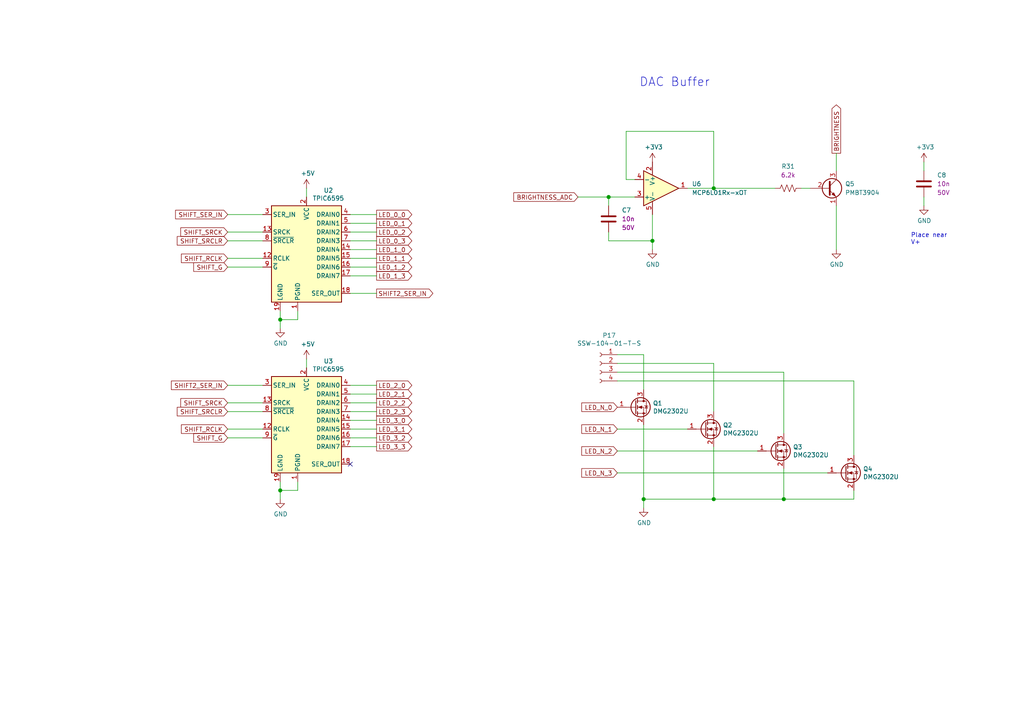
<source format=kicad_sch>
(kicad_sch (version 20210621) (generator eeschema)
  (paper "A4")
  (title_block (title "LED Cube") (date "2021-01-16") (rev "v1.0") (company "Andy Makovec"))
  (lib_symbols
    (symbol "Amplifier_Operational_Custom:MCP6L01Rx-xOT" (pin_names (offset 0.127))
      (property "Reference" "U" (at 0 5.08 0))
      (property "Value" "MCP6L01Rx-xOT" (at 0 -5.08 0))
      (symbol "MCP6L01Rx-xOT_0_1"
        (polyline (pts (xy -5.08 5.08) (xy 5.08 0) (xy -5.08 -5.08) (xy -5.08 5.08)) (stroke (width 0.254)) (fill (type background)))
        (pin power_in line (at -2.54 7.62 270) (length 3.81) (name "V+") (number "2"))
        (pin power_in line (at -2.54 -7.62 90) (length 3.81) (name "V-") (number "5"))
      )
      (symbol "MCP6L01Rx-xOT_1_1"
        (pin output line (at 7.62 0 180) (length 2.54) (name "~") (number "1"))
        (pin input line (at -7.62 -2.54 0) (length 2.54) (name "+") (number "3"))
        (pin input line (at -7.62 2.54 0) (length 2.54) (name "-") (number "4"))
      )
    )
    (symbol "Capacitor_custom:GCM155R71H103KA55D" (pin_numbers hide) (pin_names (offset 0.254))
      (property "Reference" "C" (at 1.27 2.54 0))
      (property "Capacitance" "10n" (at 1.27 -2.54 0))
      (property "Voltage" "50V" (at 1.27 -5.08 0))
      (symbol "GCM155R71H103KA55D_0_1"
        (polyline (pts (xy -2.032 -0.762) (xy 2.032 -0.762)) (stroke (width 0.508)))
        (polyline (pts (xy -2.032 0.762) (xy 2.032 0.762)) (stroke (width 0.508)))
      )
      (symbol "GCM155R71H103KA55D_1_1"
        (pin passive line (at 0 3.81 270) (length 2.794) (name "~") (number "1"))
        (pin passive line (at 0 -3.81 90) (length 2.794) (name "~") (number "2"))
      )
    )
    (symbol "Connector_custom:SSW-104-01-T-S"
      (property "Reference" "P" (at 0 2.54 0))
      (property "Value" "SSW-104-01-T-S" (at 0 0 0))
      (symbol "SSW-104-01-T-S_1_1"
        (arc (start 0 -9.652) (end 0 -10.668) (radius (at 0 -10.16) (length 0.508) (angles 90.1 -90.1)) (stroke (width 0.1524)))
        (arc (start 0 -7.112) (end 0 -8.128) (radius (at 0 -7.62) (length 0.508) (angles 90.1 -90.1)) (stroke (width 0.1524)))
        (arc (start 0 -4.572) (end 0 -5.588) (radius (at 0 -5.08) (length 0.508) (angles 90.1 -90.1)) (stroke (width 0.1524)))
        (arc (start 0 -2.032) (end 0 -3.048) (radius (at 0 -2.54) (length 0.508) (angles 90.1 -90.1)) (stroke (width 0.1524)))
        (polyline (pts (xy -1.27 -10.16) (xy -0.508 -10.16)) (stroke (width 0.1524)))
        (polyline (pts (xy -1.27 -7.62) (xy -0.508 -7.62)) (stroke (width 0.1524)))
        (polyline (pts (xy -1.27 -5.08) (xy -0.508 -5.08)) (stroke (width 0.1524)))
        (polyline (pts (xy -1.27 -2.54) (xy -0.508 -2.54)) (stroke (width 0.1524)))
        (pin passive line (at -5.08 -2.54 0) (length 3.81) (name "") (number "1"))
        (pin passive line (at -5.08 -5.08 0) (length 3.81) (name "") (number "2"))
        (pin passive line (at -5.08 -7.62 0) (length 3.81) (name "") (number "3"))
        (pin passive line (at -5.08 -10.16 0) (length 3.81) (name "") (number "4"))
      )
    )
    (symbol "Interface_Expansion:TPIC6595" (pin_names (offset 0.381))
      (property "Reference" "U" (at -8.89 13.97 0))
      (property "Value" "TPIC6595" (at 6.35 13.97 0))
      (symbol "TPIC6595_0_1"
        (rectangle (start -10.16 12.7) (end 10.16 -15.24) (stroke (width 0.254)) (fill (type background)))
      )
      (symbol "TPIC6595_1_1"
        (pin power_in line (at -2.54 -17.78 90) (length 2.54) (name "PGND") (number "1"))
        (pin passive line (at -2.54 -17.78 90) (length 2.54) hide (name "PGND") (number "10"))
        (pin passive line (at -2.54 -17.78 90) (length 2.54) hide (name "PGND") (number "11"))
        (pin input line (at -12.7 -2.54 0) (length 2.54) (name "RCLK") (number "12"))
        (pin input line (at -12.7 5.08 0) (length 2.54) (name "SRCK") (number "13"))
        (pin open_collector line (at 12.7 0 180) (length 2.54) (name "DRAIN4") (number "14"))
        (pin open_collector line (at 12.7 -2.54 180) (length 2.54) (name "DRAIN5") (number "15"))
        (pin open_collector line (at 12.7 -5.08 180) (length 2.54) (name "DRAIN6") (number "16"))
        (pin open_collector line (at 12.7 -7.62 180) (length 2.54) (name "DRAIN7") (number "17"))
        (pin output line (at 12.7 -12.7 180) (length 2.54) (name "SER_OUT") (number "18"))
        (pin power_in line (at -7.62 -17.78 90) (length 2.54) (name "LGND") (number "19"))
        (pin power_in line (at 0 15.24 270) (length 2.54) (name "VCC") (number "2"))
        (pin passive line (at -2.54 -17.78 90) (length 2.54) hide (name "PGND") (number "20"))
        (pin input line (at -12.7 10.16 0) (length 2.54) (name "SER_IN") (number "3"))
        (pin open_collector line (at 12.7 10.16 180) (length 2.54) (name "DRAIN0") (number "4"))
        (pin open_collector line (at 12.7 7.62 180) (length 2.54) (name "DRAIN1") (number "5"))
        (pin open_collector line (at 12.7 5.08 180) (length 2.54) (name "DRAIN2") (number "6"))
        (pin open_collector line (at 12.7 2.54 180) (length 2.54) (name "DRAIN3") (number "7"))
        (pin input line (at -12.7 2.54 0) (length 2.54) (name "~{SRCLR}") (number "8"))
        (pin input line (at -12.7 -5.08 0) (length 2.54) (name "~{G}") (number "9"))
      )
    )
    (symbol "Resistor_custom:RC0402FR-076K2L" (pin_numbers hide) (pin_names (offset 0))
      (property "Reference" "R" (at 2.54 0 90))
      (property "Resistance" "6.2k" (at -2.54 0 90))
      (symbol "RC0402FR-076K2L_0_1"
        (polyline (pts (xy 0 -2.286) (xy 0 -2.54)))
        (polyline (pts (xy 0 2.286) (xy 0 2.54)))
        (polyline (pts (xy 0 -0.762) (xy 1.016 -1.143) (xy 0 -1.524) (xy -1.016 -1.905) (xy 0 -2.286)))
        (polyline (pts (xy 0 0.762) (xy 1.016 0.381) (xy 0 0) (xy -1.016 -0.381) (xy 0 -0.762)))
        (polyline (pts (xy 0 2.286) (xy 1.016 1.905) (xy 0 1.524) (xy -1.016 1.143) (xy 0 0.762)))
      )
      (symbol "RC0402FR-076K2L_1_1"
        (pin passive line (at 0 3.81 270) (length 1.27) (name "~") (number "1"))
        (pin passive line (at 0 -3.81 90) (length 1.27) (name "~") (number "2"))
      )
    )
    (symbol "Transistor_BJT_custom:PMBT3904" (pin_names (offset 0) hide)
      (property "Reference" "Q" (at 5.08 1.905 0))
      (property "Value" "PMBT3904" (at 5.08 0 0))
      (symbol "PMBT3904_0_1"
        (circle (center 1.27 0) (radius 2.8194) (stroke (width 0.254)))
        (polyline (pts (xy 0.635 0.635) (xy 2.54 2.54)))
        (polyline (pts (xy 0.635 -0.635) (xy 2.54 -2.54) (xy 2.54 -2.54)))
        (polyline (pts (xy 0.635 1.905) (xy 0.635 -1.905) (xy 0.635 -1.905)) (stroke (width 0.508)))
        (polyline (pts (xy 1.27 -1.778) (xy 1.778 -1.27) (xy 2.286 -2.286) (xy 1.27 -1.778) (xy 1.27 -1.778)) (fill (type outline)))
      )
      (symbol "PMBT3904_1_1"
        (pin passive line (at 2.54 -5.08 90) (length 2.54) (name "E") (number "1"))
        (pin passive line (at -5.08 0 0) (length 5.715) (name "B") (number "2"))
        (pin passive line (at 2.54 5.08 270) (length 2.54) (name "C") (number "3"))
      )
    )
    (symbol "Transistor_FET:DMG2302U" (pin_names hide)
      (property "Reference" "Q" (at 5.08 1.905 0))
      (property "Value" "DMG2302U" (at 5.08 0 0))
      (symbol "DMG2302U_0_1"
        (circle (center 1.651 0) (radius 2.794) (stroke (width 0.254)))
        (circle (center 2.54 -1.778) (radius 0.254) (fill (type outline)))
        (circle (center 2.54 1.778) (radius 0.254) (fill (type outline)))
        (polyline (pts (xy 0.254 0) (xy -2.54 0)))
        (polyline (pts (xy 0.254 1.905) (xy 0.254 -1.905)) (stroke (width 0.254)))
        (polyline (pts (xy 0.762 -1.27) (xy 0.762 -2.286)) (stroke (width 0.254)))
        (polyline (pts (xy 0.762 0.508) (xy 0.762 -0.508)) (stroke (width 0.254)))
        (polyline (pts (xy 0.762 2.286) (xy 0.762 1.27)) (stroke (width 0.254)))
        (polyline (pts (xy 2.54 2.54) (xy 2.54 1.778)))
        (polyline (pts (xy 2.54 -2.54) (xy 2.54 0) (xy 0.762 0)))
        (polyline (pts (xy 0.762 -1.778) (xy 3.302 -1.778) (xy 3.302 1.778) (xy 0.762 1.778)))
        (polyline (pts (xy 2.794 0.508) (xy 2.921 0.381) (xy 3.683 0.381) (xy 3.81 0.254)))
        (polyline (pts (xy 3.302 0.381) (xy 2.921 -0.254) (xy 3.683 -0.254) (xy 3.302 0.381)))
        (polyline (pts (xy 1.016 0) (xy 2.032 0.381) (xy 2.032 -0.381) (xy 1.016 0)) (fill (type outline)))
      )
      (symbol "DMG2302U_1_1"
        (pin input line (at -5.08 0 0) (length 2.54) (name "G") (number "1"))
        (pin passive line (at 2.54 -5.08 90) (length 2.54) (name "S") (number "2"))
        (pin passive line (at 2.54 5.08 270) (length 2.54) (name "D") (number "3"))
      )
    )
    (symbol "power:+3V3" (power) (pin_names (offset 0))
      (property "Value" "+3V3" (at 0 3.556 0))
      (symbol "+3V3_0_1"
        (polyline (pts (xy -0.762 1.27) (xy 0 2.54)))
        (polyline (pts (xy 0 0) (xy 0 2.54)))
        (polyline (pts (xy 0 2.54) (xy 0.762 1.27)))
      )
      (symbol "+3V3_1_1"
        (pin power_in line (at 0 0 90) (length 0) hide (name "+3V3") (number "1"))
      )
    )
    (symbol "power:+5V" (power) (pin_names (offset 0))
      (property "Value" "+5V" (at 0 3.556 0))
      (symbol "+5V_0_1"
        (polyline (pts (xy -0.762 1.27) (xy 0 2.54)))
        (polyline (pts (xy 0 0) (xy 0 2.54)))
        (polyline (pts (xy 0 2.54) (xy 0.762 1.27)))
      )
      (symbol "+5V_1_1"
        (pin power_in line (at 0 0 90) (length 0) hide (name "+5V") (number "1"))
      )
    )
    (symbol "power:GND" (power) (pin_names (offset 0))
      (property "Value" "GND" (at 0 -3.81 0))
      (symbol "GND_0_1"
        (polyline (pts (xy 0 0) (xy 0 -1.27) (xy 1.27 -1.27) (xy 0 -2.54) (xy -1.27 -1.27) (xy 0 -1.27)))
      )
      (symbol "GND_1_1"
        (pin power_in line (at 0 0 270) (length 0) hide (name "GND") (number "1"))
      )
    )
  )
  (junction (at 81.28 92.71) (diameter 1.016))
  (junction (at 81.28 142.24) (diameter 1.016))
  (junction (at 176.53 57.15) (diameter 1.016))
  (junction (at 186.69 144.78) (diameter 1.016))
  (junction (at 189.23 69.85) (diameter 1.016))
  (junction (at 207.01 54.61) (diameter 1.016))
  (junction (at 207.01 144.78) (diameter 1.016))
  (junction (at 227.33 144.78) (diameter 1.016))
  (no_connect (at 101.6 134.62))
  (wire (pts (xy 66.04 62.23) (xy 76.2 62.23)))
  (wire (pts (xy 66.04 67.31) (xy 76.2 67.31)))
  (wire (pts (xy 66.04 69.85) (xy 76.2 69.85)))
  (wire (pts (xy 66.04 74.93) (xy 76.2 74.93)))
  (wire (pts (xy 66.04 77.47) (xy 76.2 77.47)))
  (wire (pts (xy 66.04 111.76) (xy 76.2 111.76)))
  (wire (pts (xy 66.04 116.84) (xy 76.2 116.84)))
  (wire (pts (xy 66.04 119.38) (xy 76.2 119.38)))
  (wire (pts (xy 66.04 124.46) (xy 76.2 124.46)))
  (wire (pts (xy 66.04 127) (xy 76.2 127)))
  (wire (pts (xy 81.28 90.17) (xy 81.28 92.71)))
  (wire (pts (xy 81.28 92.71) (xy 81.28 95.25)))
  (wire (pts (xy 81.28 92.71) (xy 86.36 92.71)))
  (wire (pts (xy 81.28 139.7) (xy 81.28 142.24)))
  (wire (pts (xy 81.28 142.24) (xy 81.28 144.78)))
  (wire (pts (xy 81.28 142.24) (xy 86.36 142.24)))
  (wire (pts (xy 86.36 92.71) (xy 86.36 90.17)))
  (wire (pts (xy 86.36 142.24) (xy 86.36 139.7)))
  (wire (pts (xy 88.9 54.61) (xy 88.9 57.15)))
  (wire (pts (xy 88.9 104.14) (xy 88.9 106.68)))
  (wire (pts (xy 101.6 62.23) (xy 109.22 62.23)))
  (wire (pts (xy 101.6 64.77) (xy 109.22 64.77)))
  (wire (pts (xy 101.6 67.31) (xy 109.22 67.31)))
  (wire (pts (xy 101.6 69.85) (xy 109.22 69.85)))
  (wire (pts (xy 101.6 72.39) (xy 109.22 72.39)))
  (wire (pts (xy 101.6 74.93) (xy 109.22 74.93)))
  (wire (pts (xy 101.6 77.47) (xy 109.22 77.47)))
  (wire (pts (xy 101.6 80.01) (xy 109.22 80.01)))
  (wire (pts (xy 101.6 85.09) (xy 109.22 85.09)))
  (wire (pts (xy 101.6 111.76) (xy 109.22 111.76)))
  (wire (pts (xy 101.6 114.3) (xy 109.22 114.3)))
  (wire (pts (xy 101.6 116.84) (xy 109.22 116.84)))
  (wire (pts (xy 101.6 119.38) (xy 109.22 119.38)))
  (wire (pts (xy 101.6 121.92) (xy 109.22 121.92)))
  (wire (pts (xy 101.6 124.46) (xy 109.22 124.46)))
  (wire (pts (xy 101.6 127) (xy 109.22 127)))
  (wire (pts (xy 101.6 129.54) (xy 109.22 129.54)))
  (wire (pts (xy 167.64 57.15) (xy 176.53 57.15)))
  (wire (pts (xy 176.53 57.15) (xy 176.53 59.69)))
  (wire (pts (xy 176.53 57.15) (xy 184.15 57.15)))
  (wire (pts (xy 176.53 67.31) (xy 176.53 69.85)))
  (wire (pts (xy 176.53 69.85) (xy 189.23 69.85)))
  (wire (pts (xy 179.07 102.87) (xy 186.69 102.87)))
  (wire (pts (xy 179.07 105.41) (xy 207.01 105.41)))
  (wire (pts (xy 179.07 107.95) (xy 227.33 107.95)))
  (wire (pts (xy 179.07 110.49) (xy 247.65 110.49)))
  (wire (pts (xy 179.07 124.46) (xy 199.39 124.46)))
  (wire (pts (xy 179.07 130.81) (xy 219.71 130.81)))
  (wire (pts (xy 179.07 137.16) (xy 240.03 137.16)))
  (wire (pts (xy 181.61 38.1) (xy 207.01 38.1)))
  (wire (pts (xy 181.61 52.07) (xy 181.61 38.1)))
  (wire (pts (xy 184.15 52.07) (xy 181.61 52.07)))
  (wire (pts (xy 186.69 113.03) (xy 186.69 102.87)))
  (wire (pts (xy 186.69 123.19) (xy 186.69 144.78)))
  (wire (pts (xy 186.69 144.78) (xy 186.69 147.32)))
  (wire (pts (xy 186.69 144.78) (xy 207.01 144.78)))
  (wire (pts (xy 189.23 62.23) (xy 189.23 69.85)))
  (wire (pts (xy 189.23 69.85) (xy 189.23 72.39)))
  (wire (pts (xy 199.39 54.61) (xy 207.01 54.61)))
  (wire (pts (xy 207.01 54.61) (xy 207.01 38.1)))
  (wire (pts (xy 207.01 54.61) (xy 224.79 54.61)))
  (wire (pts (xy 207.01 119.38) (xy 207.01 105.41)))
  (wire (pts (xy 207.01 129.54) (xy 207.01 144.78)))
  (wire (pts (xy 207.01 144.78) (xy 227.33 144.78)))
  (wire (pts (xy 227.33 125.73) (xy 227.33 107.95)))
  (wire (pts (xy 227.33 135.89) (xy 227.33 144.78)))
  (wire (pts (xy 227.33 144.78) (xy 247.65 144.78)))
  (wire (pts (xy 232.41 54.61) (xy 234.95 54.61)))
  (wire (pts (xy 242.57 44.45) (xy 242.57 49.53)))
  (wire (pts (xy 242.57 59.69) (xy 242.57 72.39)))
  (wire (pts (xy 247.65 132.08) (xy 247.65 110.49)))
  (wire (pts (xy 247.65 144.78) (xy 247.65 142.24)))
  (wire (pts (xy 267.97 46.99) (xy 267.97 49.53)))
  (wire (pts (xy 267.97 57.15) (xy 267.97 59.69)))
  (text "DAC Buffer" (at 185.42 25.4 0) (effects (font (size 2.5 2.5)) (justify left bottom)))
  (text "Place near\nV+" (at 264.16 71.12 0) (effects (font (size 1.27 1.27)) (justify left bottom)))
  (global_label "SHIFT_SER_IN" (shape input) (at 66.04 62.23 180) (property "Intersheet References" "${INTERSHEET_REFS}" (effects hide)))
  (global_label "SHIFT_SRCK" (shape input) (at 66.04 67.31 180) (property "Intersheet References" "${INTERSHEET_REFS}" (effects hide)))
  (global_label "SHIFT_SRCLR" (shape input) (at 66.04 69.85 180) (property "Intersheet References" "${INTERSHEET_REFS}" (effects hide)))
  (global_label "SHIFT_RCLK" (shape input) (at 66.04 74.93 180) (property "Intersheet References" "${INTERSHEET_REFS}" (effects hide)))
  (global_label "SHIFT_G" (shape input) (at 66.04 77.47 180) (property "Intersheet References" "${INTERSHEET_REFS}" (effects hide)))
  (global_label "SHIFT2_SER_IN" (shape input) (at 66.04 111.76 180) (property "Intersheet References" "${INTERSHEET_REFS}" (effects hide)))
  (global_label "SHIFT_SRCK" (shape input) (at 66.04 116.84 180) (property "Intersheet References" "${INTERSHEET_REFS}" (effects hide)))
  (global_label "SHIFT_SRCLR" (shape input) (at 66.04 119.38 180) (property "Intersheet References" "${INTERSHEET_REFS}" (effects hide)))
  (global_label "SHIFT_RCLK" (shape input) (at 66.04 124.46 180) (property "Intersheet References" "${INTERSHEET_REFS}" (effects hide)))
  (global_label "SHIFT_G" (shape input) (at 66.04 127 180) (property "Intersheet References" "${INTERSHEET_REFS}" (effects hide)))
  (global_label "LED_0_0" (shape output) (at 109.22 62.23 0) (property "Intersheet References" "${INTERSHEET_REFS}" (effects hide)))
  (global_label "LED_0_1" (shape output) (at 109.22 64.77 0) (property "Intersheet References" "${INTERSHEET_REFS}" (effects hide)))
  (global_label "LED_0_2" (shape output) (at 109.22 67.31 0) (property "Intersheet References" "${INTERSHEET_REFS}" (effects hide)))
  (global_label "LED_0_3" (shape output) (at 109.22 69.85 0) (property "Intersheet References" "${INTERSHEET_REFS}" (effects hide)))
  (global_label "LED_1_0" (shape output) (at 109.22 72.39 0) (property "Intersheet References" "${INTERSHEET_REFS}" (effects hide)))
  (global_label "LED_1_1" (shape output) (at 109.22 74.93 0) (property "Intersheet References" "${INTERSHEET_REFS}" (effects hide)))
  (global_label "LED_1_2" (shape output) (at 109.22 77.47 0) (property "Intersheet References" "${INTERSHEET_REFS}" (effects hide)))
  (global_label "LED_1_3" (shape output) (at 109.22 80.01 0) (property "Intersheet References" "${INTERSHEET_REFS}" (effects hide)))
  (global_label "SHIFT2_SER_IN" (shape output) (at 109.22 85.09 0) (property "Intersheet References" "${INTERSHEET_REFS}" (effects hide)))
  (global_label "LED_2_0" (shape output) (at 109.22 111.76 0) (property "Intersheet References" "${INTERSHEET_REFS}" (effects hide)))
  (global_label "LED_2_1" (shape output) (at 109.22 114.3 0) (property "Intersheet References" "${INTERSHEET_REFS}" (effects hide)))
  (global_label "LED_2_2" (shape output) (at 109.22 116.84 0) (property "Intersheet References" "${INTERSHEET_REFS}" (effects hide)))
  (global_label "LED_2_3" (shape output) (at 109.22 119.38 0) (property "Intersheet References" "${INTERSHEET_REFS}" (effects hide)))
  (global_label "LED_3_0" (shape output) (at 109.22 121.92 0) (property "Intersheet References" "${INTERSHEET_REFS}" (effects hide)))
  (global_label "LED_3_1" (shape output) (at 109.22 124.46 0) (property "Intersheet References" "${INTERSHEET_REFS}" (effects hide)))
  (global_label "LED_3_2" (shape output) (at 109.22 127 0) (property "Intersheet References" "${INTERSHEET_REFS}" (effects hide)))
  (global_label "LED_3_3" (shape output) (at 109.22 129.54 0) (property "Intersheet References" "${INTERSHEET_REFS}" (effects hide)))
  (global_label "BRIGHTNESS_ADC" (shape input) (at 167.64 57.15 180) (property "Intersheet References" "${INTERSHEET_REFS}" (effects hide)))
  (global_label "LED_N_0" (shape input) (at 179.07 118.11 180) (property "Intersheet References" "${INTERSHEET_REFS}" (effects hide)))
  (global_label "LED_N_1" (shape input) (at 179.07 124.46 180) (property "Intersheet References" "${INTERSHEET_REFS}" (effects hide)))
  (global_label "LED_N_2" (shape input) (at 179.07 130.81 180) (property "Intersheet References" "${INTERSHEET_REFS}" (effects hide)))
  (global_label "LED_N_3" (shape input) (at 179.07 137.16 180) (property "Intersheet References" "${INTERSHEET_REFS}" (effects hide)))
  (global_label "BRIGHTNESS" (shape output) (at 242.57 44.45 90) (property "Intersheet References" "${INTERSHEET_REFS}" (effects hide)))
  (symbol (lib_id "power:+5V") (at 88.9 54.61 0) (unit 1)
    (property "Reference" "#PWR?" (effects hide))
    (property "Value" "+5V" (at 89.2683 50.2856 0))
  )
  (symbol (lib_id "power:+5V") (at 88.9 104.14 0) (unit 1)
    (property "Reference" "#PWR?" (effects hide))
    (property "Value" "+5V" (at 89.2683 99.8156 0))
  )
  (symbol (lib_id "power:+3V3") (at 189.23 46.99 0) (unit 1)
    (property "Reference" "#PWR?" (effects hide))
    (property "Value" "+3V3" (at 189.5983 42.6656 0))
  )
  (symbol (lib_id "power:+3V3") (at 267.97 46.99 0) (unit 1)
    (property "Reference" "#PWR?" (effects hide))
    (property "Value" "+3V3" (at 268.3383 42.6656 0))
  )
  (symbol (lib_id "power:GND") (at 81.28 95.25 0) (unit 1)
    (property "Reference" "#PWR?" (effects hide))
    (property "Value" "GND" (at 81.3943 99.5744 0))
  )
  (symbol (lib_id "power:GND") (at 81.28 144.78 0) (unit 1)
    (property "Reference" "#PWR?" (effects hide))
    (property "Value" "GND" (at 81.3943 149.1044 0))
  )
  (symbol (lib_id "power:GND") (at 186.69 147.32 0) (unit 1)
    (property "Reference" "#PWR?" (effects hide))
    (property "Value" "GND" (at 186.8043 151.6444 0))
  )
  (symbol (lib_id "power:GND") (at 189.23 72.39 0) (unit 1)
    (property "Reference" "#PWR?" (effects hide))
    (property "Value" "GND" (at 189.3443 76.7144 0))
  )
  (symbol (lib_id "power:GND") (at 242.57 72.39 0) (unit 1)
    (property "Reference" "#PWR?" (effects hide))
    (property "Value" "GND" (at 242.6843 76.7144 0))
  )
  (symbol (lib_id "power:GND") (at 267.97 59.69 0) (unit 1)
    (property "Reference" "#PWR?" (effects hide))
    (property "Value" "GND" (at 268.0843 64.0144 0))
  )
  (symbol (lib_id "Resistor_custom:RC0402FR-076K2L") (at 228.6 54.61 90) (unit 1)
    (property "Reference" "R31" (at 228.6 48.26 90))
    (property "Value" "RC0402FR-076K2L" (effects hide))
    (property "Footprint" "Resistor_SMD:R_0402_1005Metric_Pad0.72x0.64mm_HandSolder" (effects hide))
    (property "Resistance" "6.2k" (at 228.6 50.8 90))
    (property "Power" "1/16W" (effects hide))
    (property "Tolerance" "1%" (effects hide))
    (property "Manufacturer" "Yageo" (effects hide))
  )
  (symbol (lib_id "Capacitor_custom:GCM155R71H103KA55D") (at 176.53 63.5 0) (unit 1)
    (property "Reference" "C7" (at 180.34 60.9599 0) (effects (justify left)))
    (property "Value" "GCM155R71H103KA55D" (effects hide))
    (property "Footprint" "Capacitor_SMD:C_0402_1005Metric_Pad0.74x0.62mm_HandSolder" (effects hide))
    (property "Capacitance" "10n" (at 180.34 63.4999 0) (effects (justify left)))
    (property "Voltage" "50V" (at 180.34 66.0399 0) (effects (justify left)))
    (property "Manufacturer" "Murata" (effects hide))
    (property "Rating" "X7R" (effects hide))
  )
  (symbol (lib_id "Capacitor_custom:GCM155R71H103KA55D") (at 267.97 53.34 0) (unit 1)
    (property "Reference" "C8" (at 271.78 50.7999 0) (effects (justify left)))
    (property "Value" "GCM155R71H103KA55D" (effects hide))
    (property "Footprint" "Capacitor_SMD:C_0402_1005Metric_Pad0.74x0.62mm_HandSolder" (effects hide))
    (property "Capacitance" "10n" (at 271.78 53.3399 0) (effects (justify left)))
    (property "Voltage" "50V" (at 271.78 55.8799 0) (effects (justify left)))
    (property "Manufacturer" "Murata" (effects hide))
    (property "Rating" "X7R" (effects hide))
  )
  (symbol (lib_id "Connector_custom:SSW-104-01-T-S") (at 173.99 100.33 0) (mirror y) (unit 1)
    (property "Reference" "P17" (at 176.6824 97.2882 0))
    (property "Value" "SSW-104-01-T-S" (at 176.6824 99.5869 0))
    (property "Footprint" "Connector_custom:SSW-104-01-T-S" (effects hide))
  )
  (symbol (lib_id "Transistor_BJT_custom:PMBT3904") (at 240.03 54.61 0) (unit 1)
    (property "Reference" "Q5" (at 245.11 53.3399 0) (effects (justify left)))
    (property "Value" "PMBT3904" (at 245.11 55.8799 0) (effects (justify left)))
    (property "Footprint" "Package_TO_SOT_SMD:SOT-23" (effects hide))
    (property "Datasheet" "https://assets.nexperia.com/documents/data-sheet/PMBT3904.pdf" (effects hide))
  )
  (symbol (lib_id "Transistor_FET:DMG2302U") (at 184.15 118.11 0) (unit 1)
    (property "Reference" "Q1" (at 189.3571 116.9606 0) (effects (justify left)))
    (property "Value" "DMG2302U" (at 189.3571 119.2593 0) (effects (justify left)))
    (property "Footprint" "Package_TO_SOT_SMD:SOT-23" (effects hide))
    (property "Datasheet" "http://www.diodes.com/assets/Datasheets/DMG2302U.pdf" (effects hide))
  )
  (symbol (lib_id "Transistor_FET:DMG2302U") (at 204.47 124.46 0) (unit 1)
    (property "Reference" "Q2" (at 209.6771 123.3106 0) (effects (justify left)))
    (property "Value" "DMG2302U" (at 209.6771 125.6093 0) (effects (justify left)))
    (property "Footprint" "Package_TO_SOT_SMD:SOT-23" (effects hide))
    (property "Datasheet" "http://www.diodes.com/assets/Datasheets/DMG2302U.pdf" (effects hide))
  )
  (symbol (lib_id "Transistor_FET:DMG2302U") (at 224.79 130.81 0) (unit 1)
    (property "Reference" "Q3" (at 229.9971 129.6606 0) (effects (justify left)))
    (property "Value" "DMG2302U" (at 229.9971 131.9593 0) (effects (justify left)))
    (property "Footprint" "Package_TO_SOT_SMD:SOT-23" (effects hide))
    (property "Datasheet" "http://www.diodes.com/assets/Datasheets/DMG2302U.pdf" (effects hide))
  )
  (symbol (lib_id "Transistor_FET:DMG2302U") (at 245.11 137.16 0) (unit 1)
    (property "Reference" "Q4" (at 250.3171 136.0106 0) (effects (justify left)))
    (property "Value" "DMG2302U" (at 250.3171 138.3093 0) (effects (justify left)))
    (property "Footprint" "Package_TO_SOT_SMD:SOT-23" (effects hide))
    (property "Datasheet" "http://www.diodes.com/assets/Datasheets/DMG2302U.pdf" (effects hide))
  )
  (symbol (lib_id "Amplifier_Operational_Custom:MCP6L01Rx-xOT") (at 191.77 54.61 0) (unit 1)
    (property "Reference" "U6" (at 200.66 53.3399 0) (effects (justify left)))
    (property "Value" "MCP6L01Rx-xOT" (at 200.66 55.8799 0) (effects (justify left)))
    (property "Footprint" "Package_TO_SOT_SMD:SOT-23-5" (effects hide))
    (property "Datasheet" "http://ww1.microchip.com/downloads/en/devicedoc/22140b.pdf" (effects hide))
  )
  (symbol (lib_id "Interface_Expansion:TPIC6595") (at 88.9 72.39 0) (unit 1)
    (property "Reference" "U2" (at 95.25 55.2258 0))
    (property "Value" "TPIC6595" (at 95.25 57.5245 0))
    (property "Footprint" "Package_SO:SOIC-20W_7.5x12.8mm_P1.27mm" (effects hide))
    (property "Datasheet" "http://www.ti.com/lit/ds/symlink/tpic6595.pdf" (effects hide))
  )
  (symbol (lib_id "Interface_Expansion:TPIC6595") (at 88.9 121.92 0) (unit 1)
    (property "Reference" "U3" (at 95.25 104.7558 0))
    (property "Value" "TPIC6595" (at 95.25 107.0545 0))
    (property "Footprint" "Package_SO:SOIC-20W_7.5x12.8mm_P1.27mm" (effects hide))
    (property "Datasheet" "http://www.ti.com/lit/ds/symlink/tpic6595.pdf" (effects hide))
  )
)
</source>
